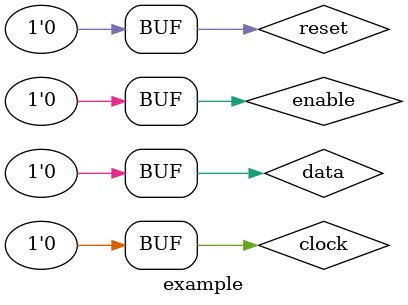
<source format=sv>
module example();                                                   
    reg clock, reset, enable, data;                           

    initial                                                    
        begin
             clock = 0;                                     
             reset = 0;
             enable = 0;
             data = 0;
        end
endmodule

</source>
